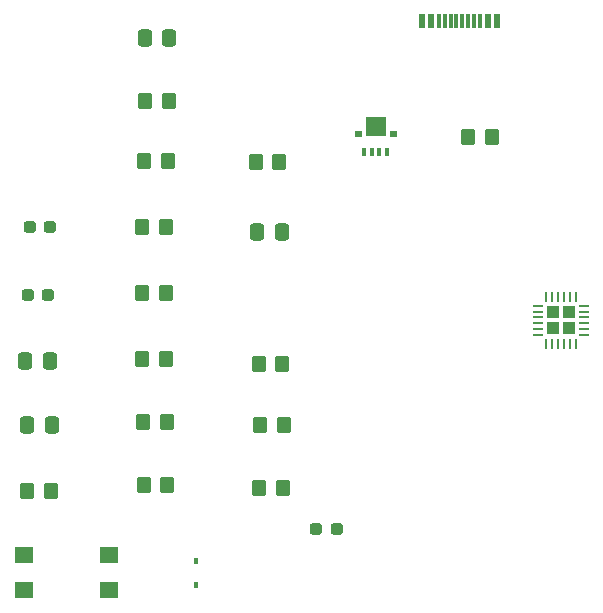
<source format=gbr>
%TF.GenerationSoftware,KiCad,Pcbnew,(6.0.10)*%
%TF.CreationDate,2023-04-05T20:44:51-05:00*%
%TF.ProjectId,445_PD,3434355f-5044-42e6-9b69-6361645f7063,rev?*%
%TF.SameCoordinates,Original*%
%TF.FileFunction,Paste,Top*%
%TF.FilePolarity,Positive*%
%FSLAX46Y46*%
G04 Gerber Fmt 4.6, Leading zero omitted, Abs format (unit mm)*
G04 Created by KiCad (PCBNEW (6.0.10)) date 2023-04-05 20:44:51*
%MOMM*%
%LPD*%
G01*
G04 APERTURE LIST*
G04 Aperture macros list*
%AMRoundRect*
0 Rectangle with rounded corners*
0 $1 Rounding radius*
0 $2 $3 $4 $5 $6 $7 $8 $9 X,Y pos of 4 corners*
0 Add a 4 corners polygon primitive as box body*
4,1,4,$2,$3,$4,$5,$6,$7,$8,$9,$2,$3,0*
0 Add four circle primitives for the rounded corners*
1,1,$1+$1,$2,$3*
1,1,$1+$1,$4,$5*
1,1,$1+$1,$6,$7*
1,1,$1+$1,$8,$9*
0 Add four rect primitives between the rounded corners*
20,1,$1+$1,$2,$3,$4,$5,0*
20,1,$1+$1,$4,$5,$6,$7,0*
20,1,$1+$1,$6,$7,$8,$9,0*
20,1,$1+$1,$8,$9,$2,$3,0*%
G04 Aperture macros list end*
%ADD10C,0.010000*%
%ADD11RoundRect,0.062500X-0.062500X-0.350000X0.062500X-0.350000X0.062500X0.350000X-0.062500X0.350000X0*%
%ADD12RoundRect,0.062500X-0.350000X-0.062500X0.350000X-0.062500X0.350000X0.062500X-0.350000X0.062500X0*%
%ADD13RoundRect,0.250000X-0.295000X-0.295000X0.295000X-0.295000X0.295000X0.295000X-0.295000X0.295000X0*%
%ADD14R,1.600000X1.400000*%
%ADD15RoundRect,0.250000X0.350000X0.450000X-0.350000X0.450000X-0.350000X-0.450000X0.350000X-0.450000X0*%
%ADD16RoundRect,0.250000X-0.350000X-0.450000X0.350000X-0.450000X0.350000X0.450000X-0.350000X0.450000X0*%
%ADD17R,0.400000X0.750000*%
%ADD18R,0.600000X1.150000*%
%ADD19R,0.300000X1.150000*%
%ADD20RoundRect,0.237500X0.287500X0.237500X-0.287500X0.237500X-0.287500X-0.237500X0.287500X-0.237500X0*%
%ADD21RoundRect,0.237500X-0.287500X-0.237500X0.287500X-0.237500X0.287500X0.237500X-0.287500X0.237500X0*%
%ADD22R,0.450000X0.600000*%
%ADD23RoundRect,0.250000X-0.337500X-0.475000X0.337500X-0.475000X0.337500X0.475000X-0.337500X0.475000X0*%
%ADD24RoundRect,0.250000X0.337500X0.475000X-0.337500X0.475000X-0.337500X-0.475000X0.337500X-0.475000X0*%
G04 APERTURE END LIST*
%TO.C,Q1*%
G36*
X151462600Y-84883600D02*
G01*
X150937600Y-84883600D01*
X150937600Y-84483600D01*
X151462600Y-84483600D01*
X151462600Y-84883600D01*
G37*
D10*
X151462600Y-84883600D02*
X150937600Y-84883600D01*
X150937600Y-84483600D01*
X151462600Y-84483600D01*
X151462600Y-84883600D01*
G36*
X148477600Y-84883600D02*
G01*
X147952600Y-84883600D01*
X147952600Y-84483600D01*
X148477600Y-84483600D01*
X148477600Y-84883600D01*
G37*
X148477600Y-84883600D02*
X147952600Y-84883600D01*
X147952600Y-84483600D01*
X148477600Y-84483600D01*
X148477600Y-84883600D01*
G36*
X150482600Y-84743600D02*
G01*
X148932600Y-84743600D01*
X148932600Y-83223600D01*
X150482600Y-83223600D01*
X150482600Y-84743600D01*
G37*
X150482600Y-84743600D02*
X148932600Y-84743600D01*
X148932600Y-83223600D01*
X150482600Y-83223600D01*
X150482600Y-84743600D01*
%TD*%
D11*
%TO.C,U1*%
X164154800Y-98519900D03*
X164654800Y-98519900D03*
X165154800Y-98519900D03*
X165654800Y-98519900D03*
X166154800Y-98519900D03*
X166654800Y-98519900D03*
D12*
X167367300Y-99232400D03*
X167367300Y-99732400D03*
X167367300Y-100232400D03*
X167367300Y-100732400D03*
X167367300Y-101232400D03*
X167367300Y-101732400D03*
D11*
X166654800Y-102444900D03*
X166154800Y-102444900D03*
X165654800Y-102444900D03*
X165154800Y-102444900D03*
X164654800Y-102444900D03*
X164154800Y-102444900D03*
D12*
X163442300Y-101732400D03*
X163442300Y-101232400D03*
X163442300Y-100732400D03*
X163442300Y-100232400D03*
X163442300Y-99732400D03*
X163442300Y-99232400D03*
D13*
X166079800Y-99807400D03*
X166079800Y-101157400D03*
X164729800Y-99807400D03*
X164729800Y-101157400D03*
%TD*%
D14*
%TO.C,S2*%
X127137100Y-123318400D03*
X127137100Y-120318400D03*
X119937100Y-120318400D03*
X119937100Y-123318400D03*
%TD*%
D15*
%TO.C,R13*%
X159546800Y-84937600D03*
X157546800Y-84937600D03*
%TD*%
D16*
%TO.C,R12*%
X139568500Y-87105600D03*
X141568500Y-87105600D03*
%TD*%
D15*
%TO.C,R11*%
X132130800Y-86969600D03*
X130130800Y-86969600D03*
%TD*%
D16*
%TO.C,R10*%
X129962400Y-92608400D03*
X131962400Y-92608400D03*
%TD*%
%TO.C,R9*%
X130080000Y-114452400D03*
X132080000Y-114452400D03*
%TD*%
%TO.C,R8*%
X131978400Y-103733600D03*
X129978400Y-103733600D03*
%TD*%
%TO.C,R7*%
X130064000Y-109118400D03*
X132064000Y-109118400D03*
%TD*%
D15*
%TO.C,R6*%
X122208800Y-114909600D03*
X120208800Y-114909600D03*
%TD*%
D16*
%TO.C,R5*%
X130216400Y-81940400D03*
X132216400Y-81940400D03*
%TD*%
D15*
%TO.C,R4*%
X141884400Y-114655600D03*
X139884400Y-114655600D03*
%TD*%
%TO.C,R3*%
X141833600Y-104190800D03*
X139833600Y-104190800D03*
%TD*%
D16*
%TO.C,R2*%
X139926000Y-109300800D03*
X141926000Y-109300800D03*
%TD*%
D15*
%TO.C,R1*%
X131962400Y-98145600D03*
X129962400Y-98145600D03*
%TD*%
D17*
%TO.C,Q1*%
X150682600Y-86208600D03*
X148732600Y-86208600D03*
X150032600Y-86208600D03*
X149382600Y-86208600D03*
%TD*%
D18*
%TO.C,J1*%
X160019600Y-75155600D03*
X159219600Y-75155600D03*
D19*
X158069600Y-75155600D03*
X157069600Y-75155600D03*
X156569600Y-75155600D03*
X155569600Y-75155600D03*
D18*
X154419600Y-75155600D03*
X153619600Y-75155600D03*
X153619600Y-75155600D03*
X154419600Y-75155600D03*
D19*
X155069600Y-75155600D03*
X156069600Y-75155600D03*
X157569600Y-75155600D03*
X158569600Y-75155600D03*
D18*
X159219600Y-75155600D03*
X160019600Y-75155600D03*
%TD*%
D20*
%TO.C,D4*%
X146417000Y-118160800D03*
X144667000Y-118160800D03*
%TD*%
D21*
%TO.C,D3*%
X120435400Y-92608400D03*
X122185400Y-92608400D03*
%TD*%
%TO.C,D2*%
X120271600Y-98298000D03*
X122021600Y-98298000D03*
%TD*%
D22*
%TO.C,D1*%
X134518400Y-120819200D03*
X134518400Y-122919200D03*
%TD*%
D23*
%TO.C,C4*%
X139707800Y-92964000D03*
X141782800Y-92964000D03*
%TD*%
D24*
%TO.C,C3*%
X132253900Y-76606400D03*
X130178900Y-76606400D03*
%TD*%
D23*
%TO.C,C2*%
X120069700Y-103936800D03*
X122144700Y-103936800D03*
%TD*%
%TO.C,C1*%
X120222100Y-109321600D03*
X122297100Y-109321600D03*
%TD*%
M02*

</source>
